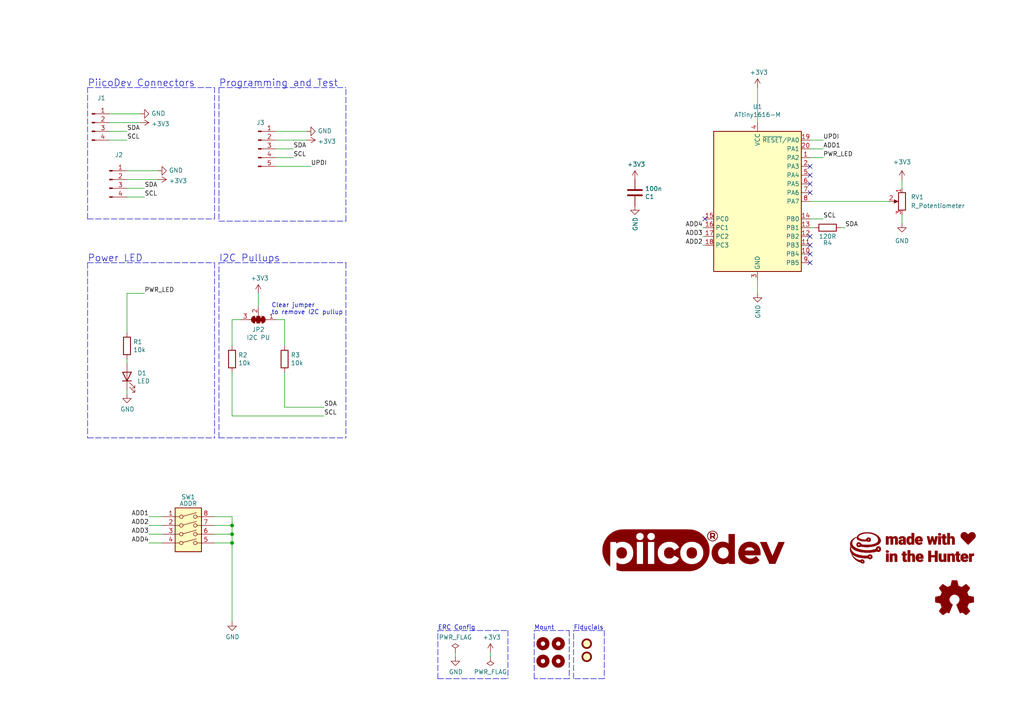
<source format=kicad_sch>
(kicad_sch (version 20211123) (generator eeschema)
  (paper "A4")
  (title_block (title "PiicoDev Potentiometer") (date "2022-03-17") (rev "00") (company "Core Electronics") (comment 1 "Designed by Peter Johnston at"))
  (lib_symbols
    (symbol "Connector:Conn_01x04_Male" (pin_names (offset 1.016) hide)
      (property "Reference" "J" (at 0 5.08 0))
      (property "Value" "Conn_01x04_Male" (at 0 -7.62 0))
      (symbol "Conn_01x04_Male_1_1"
        (pin passive line (at 5.08 2.54 180) (length 3.81) (name "Pin_1") (number "1"))
        (pin passive line (at 5.08 0 180) (length 3.81) (name "Pin_2") (number "2"))
        (pin passive line (at 5.08 -2.54 180) (length 3.81) (name "Pin_3") (number "3"))
        (pin passive line (at 5.08 -5.08 180) (length 3.81) (name "Pin_4") (number "4"))
      )
    )
    (symbol "Connector:Conn_01x05_Male" (pin_names (offset 1.016) hide)
      (property "Reference" "J" (at 0 7.62 0))
      (property "Value" "Conn_01x05_Male" (at 0 -7.62 0))
      (symbol "Conn_01x05_Male_1_1"
        (pin passive line (at 5.08 5.08 180) (length 3.81) (name "Pin_1") (number "1"))
        (pin passive line (at 5.08 2.54 180) (length 3.81) (name "Pin_2") (number "2"))
        (pin passive line (at 5.08 0 180) (length 3.81) (name "Pin_3") (number "3"))
        (pin passive line (at 5.08 -2.54 180) (length 3.81) (name "Pin_4") (number "4"))
        (pin passive line (at 5.08 -5.08 180) (length 3.81) (name "Pin_5") (number "5"))
      )
    )
    (symbol "CoreElectronics_Artwork:LOGO_CoreElectronics_no-text" (pin_names (offset 1.016)))
    (symbol "CoreElectronics_Artwork:LOGO_PiicoDev" (pin_names (offset 1.016)))
    (symbol "CoreElectronics_Artwork:LOGO_made-with-love" (pin_names (offset 1.016)))
    (symbol "Device:C" (pin_numbers hide) (pin_names (offset 0.254))
      (property "Reference" "C" (at 0.635 2.54 0))
      (property "Value" "C" (at 0.635 -2.54 0))
      (symbol "C_1_1"
        (pin passive line (at 0 3.81 270) (length 2.794) (name "~") (number "1"))
        (pin passive line (at 0 -3.81 90) (length 2.794) (name "~") (number "2"))
      )
    )
    (symbol "Device:LED" (pin_numbers hide) (pin_names (offset 1.016) hide)
      (property "Reference" "D" (at 0 2.54 0))
      (property "Value" "LED" (at 0 -2.54 0))
      (symbol "LED_1_1"
        (pin passive line (at -3.81 0 0) (length 2.54) (name "K") (number "1"))
        (pin passive line (at 3.81 0 180) (length 2.54) (name "A") (number "2"))
      )
    )
    (symbol "Device:R" (pin_numbers hide) (pin_names (offset 0))
      (property "Reference" "R" (at 2.032 0 90))
      (property "Value" "R" (at 0 0 90))
      (symbol "R_1_1"
        (pin passive line (at 0 3.81 270) (length 1.27) (name "~") (number "1"))
        (pin passive line (at 0 -3.81 90) (length 1.27) (name "~") (number "2"))
      )
    )
    (symbol "Device:R_Potentiometer" (pin_names (offset 1.016) hide)
      (property "Reference" "RV" (at -4.445 0 90))
      (property "Value" "R_Potentiometer" (at -2.54 0 90))
      (symbol "R_Potentiometer_1_1"
        (pin passive line (at 0 3.81 270) (length 1.27) (name "1") (number "1"))
        (pin passive line (at 3.81 0 180) (length 1.27) (name "2") (number "2"))
        (pin passive line (at 0 -3.81 90) (length 1.27) (name "3") (number "3"))
      )
    )
    (symbol "Graphic:Logo_Open_Hardware_Small" (pin_names (offset 1.016)))
    (symbol "Jumper:SolderJumper_3_Bridged123" (pin_names (offset 0) hide)
      (property "Reference" "JP" (at -2.54 -2.54 0))
      (property "Value" "SolderJumper_3_Bridged123" (at 0 2.794 0))
      (symbol "SolderJumper_3_Bridged123_1_1"
        (pin passive line (at -5.08 0 0) (length 2.54) (name "A") (number "1"))
        (pin passive line (at 0 -3.81 90) (length 2.54) (name "C") (number "2"))
        (pin passive line (at 5.08 0 180) (length 2.54) (name "B") (number "3"))
      )
    )
    (symbol "MCU_Microchip_ATtiny:ATtiny1616-M"
      (property "Reference" "U" (at -12.7 21.59 0))
      (property "Value" "ATtiny1616-M" (at 2.54 -21.59 0))
      (symbol "ATtiny1616-M_1_1"
        (pin bidirectional line (at 15.24 12.7 180) (length 2.54) (name "PA2") (number "1"))
        (pin bidirectional line (at 15.24 -15.24 180) (length 2.54) (name "PB4") (number "10"))
        (pin bidirectional line (at 15.24 -12.7 180) (length 2.54) (name "PB3") (number "11"))
        (pin bidirectional line (at 15.24 -10.16 180) (length 2.54) (name "PB2") (number "12"))
        (pin bidirectional line (at 15.24 -7.62 180) (length 2.54) (name "PB1") (number "13"))
        (pin bidirectional line (at 15.24 -5.08 180) (length 2.54) (name "PB0") (number "14"))
        (pin bidirectional line (at -15.24 -5.08 0) (length 2.54) (name "PC0") (number "15"))
        (pin bidirectional line (at -15.24 -7.62 0) (length 2.54) (name "PC1") (number "16"))
        (pin bidirectional line (at -15.24 -10.16 0) (length 2.54) (name "PC2") (number "17"))
        (pin bidirectional line (at -15.24 -12.7 0) (length 2.54) (name "PC3") (number "18"))
        (pin bidirectional line (at 15.24 17.78 180) (length 2.54) (name "~{RESET}/PA0") (number "19"))
        (pin bidirectional line (at 15.24 10.16 180) (length 2.54) (name "PA3") (number "2"))
        (pin bidirectional line (at 15.24 15.24 180) (length 2.54) (name "PA1") (number "20"))
        (pin passive line (at 0 -22.86 90) (length 2.54) hide (name "GND") (number "21"))
        (pin power_in line (at 0 -22.86 90) (length 2.54) (name "GND") (number "3"))
        (pin power_in line (at 0 22.86 270) (length 2.54) (name "VCC") (number "4"))
        (pin bidirectional line (at 15.24 7.62 180) (length 2.54) (name "PA4") (number "5"))
        (pin bidirectional line (at 15.24 5.08 180) (length 2.54) (name "PA5") (number "6"))
        (pin bidirectional line (at 15.24 2.54 180) (length 2.54) (name "PA6") (number "7"))
        (pin bidirectional line (at 15.24 0 180) (length 2.54) (name "PA7") (number "8"))
        (pin bidirectional line (at 15.24 -17.78 180) (length 2.54) (name "PB5") (number "9"))
      )
    )
    (symbol "Mechanical:Fiducial"
      (property "Reference" "FID" (at 0 5.08 0))
      (property "Value" "Fiducial" (at 0 3.175 0))
    )
    (symbol "Mechanical:MountingHole" (pin_names (offset 1.016))
      (property "Reference" "H" (at 0 5.08 0))
      (property "Value" "MountingHole" (at 0 3.175 0))
    )
    (symbol "Switch:SW_DIP_x04" (pin_names (offset 0) hide)
      (property "Reference" "SW" (at 0 8.89 0))
      (property "Value" "SW_DIP_x04" (at 0 -6.35 0))
      (symbol "SW_DIP_x04_1_1"
        (pin passive line (at -7.62 5.08 0) (length 5.08) (name "~") (number "1"))
        (pin passive line (at -7.62 2.54 0) (length 5.08) (name "~") (number "2"))
        (pin passive line (at -7.62 0 0) (length 5.08) (name "~") (number "3"))
        (pin passive line (at -7.62 -2.54 0) (length 5.08) (name "~") (number "4"))
        (pin passive line (at 7.62 -2.54 180) (length 5.08) (name "~") (number "5"))
        (pin passive line (at 7.62 0 180) (length 5.08) (name "~") (number "6"))
        (pin passive line (at 7.62 2.54 180) (length 5.08) (name "~") (number "7"))
        (pin passive line (at 7.62 5.08 180) (length 5.08) (name "~") (number "8"))
      )
    )
    (symbol "power:+3V3" (power) (pin_names (offset 0))
      (property "Value" "+3V3" (at 0 3.556 0))
      (symbol "+3V3_1_1"
        (pin power_in line (at 0 0 90) (length 0) hide (name "+3V3") (number "1"))
      )
    )
    (symbol "power:GND" (power) (pin_names (offset 0))
      (property "Value" "GND" (at 0 -3.81 0))
      (symbol "GND_1_1"
        (pin power_in line (at 0 0 270) (length 0) hide (name "GND") (number "1"))
      )
    )
    (symbol "power:PWR_FLAG" (power) (pin_numbers hide) (pin_names (offset 0) hide)
      (property "Value" "PWR_FLAG" (at 0 3.81 0))
      (symbol "PWR_FLAG_0_0"
        (pin power_out line (at 0 0 90) (length 0) (name "pwr") (number "1"))
      )
    )
  )
  (junction (at 67.31 157.48))
  (junction (at 67.31 152.4))
  (junction (at 67.31 154.94))
  (no_connect (at 204.47 63.5))
  (no_connect (at 234.95 73.66))
  (no_connect (at 234.95 71.12))
  (no_connect (at 234.95 48.26))
  (no_connect (at 234.95 55.88))
  (no_connect (at 234.95 76.2))
  (no_connect (at 234.95 50.8))
  (no_connect (at 234.95 53.34))
  (no_connect (at 234.95 68.58))
  (wire (pts (xy 31.75 35.56) (xy 40.64 35.56)))
  (polyline (pts (xy 63.5 64.135) (xy 100.33 64.135)))
  (wire (pts (xy 80.01 48.26) (xy 90.17 48.26)))
  (wire (pts (xy 43.18 154.94) (xy 46.99 154.94)))
  (wire (pts (xy 82.55 92.71) (xy 80.01 92.71)))
  (wire (pts (xy 132.08 189.23) (xy 132.08 190.5)))
  (polyline (pts (xy 25.4 76.2) (xy 25.4 127)))
  (wire (pts (xy 261.62 52.07) (xy 261.62 54.61)))
  (wire (pts (xy 82.55 118.11) (xy 93.98 118.11)))
  (wire (pts (xy 67.31 157.48) (xy 67.31 154.94)))
  (wire (pts (xy 238.76 63.5) (xy 234.95 63.5)))
  (wire (pts (xy 62.23 157.48) (xy 67.31 157.48)))
  (wire (pts (xy 142.24 189.23) (xy 142.24 190.5)))
  (wire (pts (xy 62.23 154.94) (xy 67.31 154.94)))
  (wire (pts (xy 43.18 157.48) (xy 46.99 157.48)))
  (wire (pts (xy 45.72 49.53) (xy 36.83 49.53)))
  (wire (pts (xy 36.83 85.09) (xy 36.83 96.52)))
  (polyline (pts (xy 100.33 64.135) (xy 100.33 25.4)))
  (polyline (pts (xy 154.94 196.85) (xy 154.94 182.88)))
  (wire (pts (xy 67.31 149.86) (xy 62.23 149.86)))
  (polyline (pts (xy 175.26 196.85) (xy 166.37 196.85)))
  (wire (pts (xy 67.31 154.94) (xy 67.31 152.4)))
  (wire (pts (xy 67.31 107.95) (xy 67.31 120.65)))
  (polyline (pts (xy 127 196.85) (xy 127 182.88)))
  (polyline (pts (xy 127 196.85) (xy 147.32 196.85)))
  (polyline (pts (xy 25.4 76.2) (xy 62.23 76.2)))
  (wire (pts (xy 243.84 66.04) (xy 245.11 66.04)))
  (wire (pts (xy 74.93 85.09) (xy 74.93 88.9)))
  (polyline (pts (xy 25.4 25.4) (xy 62.23 25.4)))
  (polyline (pts (xy 154.94 182.88) (xy 165.1 182.88)))
  (wire (pts (xy 43.18 152.4) (xy 46.99 152.4)))
  (polyline (pts (xy 127 182.88) (xy 147.32 182.88)))
  (polyline (pts (xy 63.5 127) (xy 100.33 127)))
  (wire (pts (xy 203.835 66.04) (xy 204.47 66.04)))
  (wire (pts (xy 234.95 66.04) (xy 236.22 66.04)))
  (polyline (pts (xy 175.26 182.88) (xy 175.26 196.85)))
  (wire (pts (xy 219.71 85.09) (xy 219.71 81.28)))
  (polyline (pts (xy 63.5 25.4) (xy 100.33 25.4)))
  (wire (pts (xy 85.09 45.72) (xy 80.01 45.72)))
  (wire (pts (xy 67.31 152.4) (xy 67.31 149.86)))
  (wire (pts (xy 67.31 120.65) (xy 93.98 120.65)))
  (wire (pts (xy 203.835 68.58) (xy 204.47 68.58)))
  (wire (pts (xy 41.91 57.15) (xy 36.83 57.15)))
  (wire (pts (xy 36.83 105.41) (xy 36.83 104.14)))
  (polyline (pts (xy 166.37 182.88) (xy 175.26 182.88)))
  (wire (pts (xy 36.83 40.64) (xy 31.75 40.64)))
  (polyline (pts (xy 63.5 25.4) (xy 63.5 64.135)))
  (polyline (pts (xy 100.33 76.2) (xy 100.33 127)))
  (wire (pts (xy 67.31 100.33) (xy 67.31 92.71)))
  (wire (pts (xy 36.83 52.07) (xy 45.72 52.07)))
  (polyline (pts (xy 25.4 63.5) (xy 25.4 25.4)))
  (wire (pts (xy 234.95 58.42) (xy 257.81 58.42)))
  (polyline (pts (xy 63.5 127) (xy 63.5 76.2)))
  (wire (pts (xy 41.91 54.61) (xy 36.83 54.61)))
  (wire (pts (xy 203.835 71.12) (xy 204.47 71.12)))
  (wire (pts (xy 41.91 85.09) (xy 36.83 85.09)))
  (polyline (pts (xy 165.1 182.88) (xy 165.1 196.85)))
  (wire (pts (xy 46.99 149.86) (xy 43.18 149.86)))
  (wire (pts (xy 219.71 35.56) (xy 219.71 25.4)))
  (wire (pts (xy 36.83 38.1) (xy 31.75 38.1)))
  (wire (pts (xy 67.31 92.71) (xy 69.85 92.71)))
  (wire (pts (xy 234.95 43.18) (xy 238.76 43.18)))
  (wire (pts (xy 67.31 157.48) (xy 67.31 180.34)))
  (wire (pts (xy 36.83 114.3) (xy 36.83 113.03)))
  (polyline (pts (xy 62.23 63.5) (xy 62.23 25.4)))
  (wire (pts (xy 88.9 38.1) (xy 80.01 38.1)))
  (wire (pts (xy 40.64 33.02) (xy 31.75 33.02)))
  (polyline (pts (xy 165.1 196.85) (xy 154.94 196.85)))
  (wire (pts (xy 82.55 100.33) (xy 82.55 92.71)))
  (polyline (pts (xy 147.32 182.88) (xy 147.32 196.85)))
  (wire (pts (xy 234.95 45.72) (xy 238.76 45.72)))
  (polyline (pts (xy 63.5 76.2) (xy 100.33 76.2)))
  (wire (pts (xy 62.23 152.4) (xy 67.31 152.4)))
  (polyline (pts (xy 25.4 127) (xy 62.23 127)))
  (polyline (pts (xy 166.37 196.85) (xy 166.37 182.88)))
  (polyline (pts (xy 62.23 76.2) (xy 62.23 127)))
  (wire (pts (xy 82.55 107.95) (xy 82.55 118.11)))
  (polyline (pts (xy 25.4 63.5) (xy 62.23 63.5)))
  (wire (pts (xy 85.09 43.18) (xy 80.01 43.18)))
  (wire (pts (xy 80.01 40.64) (xy 88.9 40.64)))
  (wire (pts (xy 261.62 62.23) (xy 261.62 64.77)))
  (wire (pts (xy 234.95 40.64) (xy 238.76 40.64)))
  (text "PiicoDev Connectors" (at 25.4 25.4 0) (effects (font (size 2.0066 2.0066)) (justify left bottom)))
  (text "I2C Pullups" (at 63.5 76.2 0) (effects (font (size 2.0066 2.0066)) (justify left bottom)))
  (text "Power LED" (at 25.4 76.2 0) (effects (font (size 2.0066 2.0066)) (justify left bottom)))
  (text "Mount" (at 154.94 182.88 0) (effects (font (size 1.27 1.27)) (justify left bottom)))
  (text "Clear jumper \nto remove I2C pullup" (at 78.74 91.44 0) (effects (font (size 1.27 1.27)) (justify left bottom)))
  (text "Programming and Test" (at 63.5 25.4 0) (effects (font (size 2.0066 2.0066)) (justify left bottom)))
  (text "ERC Config" (at 127 182.88 0) (effects (font (size 1.27 1.27)) (justify left bottom)))
  (text "Fiducials" (at 166.37 182.88 0) (effects (font (size 1.27 1.27)) (justify left bottom)))
  (label "ADD3" (at 203.835 68.58 180))
  (label "PWR_LED" (at 41.91 85.09 0))
  (label "SDA" (at 36.83 38.1 0))
  (label "UPDI" (at 238.76 40.64 0))
  (label "SDA" (at 85.09 43.18 0))
  (label "UPDI" (at 90.17 48.26 0))
  (label "SCL" (at 85.09 45.72 0))
  (label "ADD1" (at 238.76 43.18 0))
  (label "SCL" (at 41.91 57.15 0))
  (label "SDA" (at 245.11 66.04 0))
  (label "PWR_LED" (at 238.76 45.72 0))
  (label "SDA" (at 93.98 118.11 0))
  (label "ADD3" (at 43.18 154.94 180))
  (label "ADD2" (at 203.835 71.12 180))
  (label "SCL" (at 36.83 40.64 0))
  (label "ADD4" (at 43.18 157.48 180))
  (label "ADD2" (at 43.18 152.4 180))
  (label "ADD1" (at 43.18 149.86 180))
  (label "SDA" (at 41.91 54.61 0))
  (label "ADD4" (at 203.835 66.04 180))
  (label "SCL" (at 238.76 63.5 0))
  (label "SCL" (at 93.98 120.65 0))
  (symbol (lib_id "CoreElectronics_Artwork:LOGO_PiicoDev") (at 203.2 160.02 0) (unit 1)
    (property "Reference" "G1" (effects hide))
    (property "Value" "LOGO_PiicoDev" (effects hide))
    (property "Footprint" "CoreElectronics_Artwork:piicodev_logo_14.2x3.4mm" (effects hide))
  )
  (symbol (lib_id "CoreElectronics_Artwork:LOGO_made-with-love") (at 269.24 158.75 0) (unit 1)
    (property "Reference" "G3" (effects hide))
    (property "Value" "LOGO_made-with-love" (effects hide))
    (property "Footprint" "CoreElectronics_Artwork:piicodev_logo_14.2x3.4mm" (effects hide))
  )
  (symbol (lib_id "CoreElectronics_Artwork:LOGO_CoreElectronics_no-text") (at 251.46 158.75 0) (unit 1)
    (property "Reference" "G2" (effects hide))
    (property "Value" "LOGO_CoreElectronics_no-text" (effects hide))
    (property "Footprint" "CoreElectronics_Artwork:CoreElectronics_logo_5mm_v2" (effects hide))
  )
  (symbol (lib_id "Graphic:Logo_Open_Hardware_Small") (at 276.86 173.99 0) (unit 1)
    (property "Reference" "LOGO1" (effects hide))
    (property "Value" "Logo_Open_Hardware_Small" (effects hide))
    (property "Footprint" "CoreElectronics_Artwork:oshw" (effects hide))
  )
  (symbol (lib_id "power:PWR_FLAG") (at 132.08 189.23 0) (unit 1)
    (property "Reference" "#FLG0102" (effects hide))
    (property "Value" "PWR_FLAG" (at 132.08 184.8358 0))
  )
  (symbol (lib_id "power:PWR_FLAG") (at 142.24 190.5 180) (unit 1)
    (property "Reference" "#FLG0101" (effects hide))
    (property "Value" "PWR_FLAG" (at 142.24 194.8942 0))
  )
  (symbol (lib_id "power:GND") (at 132.08 190.5 0) (unit 1)
    (property "Reference" "#PWR0105" (effects hide))
    (property "Value" "GND" (at 132.207 194.8942 0))
  )
  (symbol (lib_id "power:+3V3") (at 142.24 189.23 0) (unit 1)
    (property "Reference" "#PWR0106" (effects hide))
    (property "Value" "+3V3" (at 142.621 184.8358 0))
  )
  (symbol (lib_id "Mechanical:MountingHole") (at 157.48 191.77 0) (unit 1)
    (property "Reference" "H2" (effects hide))
    (property "Value" "MountingHole" (effects hide))
    (property "Footprint" "CoreElectronics_Components:MountingHole_2.7mm_M2.5_PadClearance_1.2" (effects hide))
  )
  (symbol (lib_id "Mechanical:MountingHole") (at 157.48 186.69 0) (unit 1)
    (property "Reference" "H1" (effects hide))
    (property "Value" "MountingHole" (effects hide))
    (property "Footprint" "CoreElectronics_Components:MountingHole_2.7mm_M2.5_PadClearance_1.2" (effects hide))
  )
  (symbol (lib_id "Mechanical:Fiducial") (at 170.18 190.5 0) (unit 1)
    (property "Reference" "FID2" (effects hide))
    (property "Value" "Fiducial" (effects hide))
    (property "Footprint" "Fiducial:Fiducial_1mm_Mask2mm" (effects hide))
  )
  (symbol (lib_id "Mechanical:Fiducial") (at 170.18 186.69 0) (unit 1)
    (property "Reference" "FID1" (effects hide))
    (property "Value" "Fiducial" (effects hide))
    (property "Footprint" "Fiducial:Fiducial_1mm_Mask2mm" (effects hide))
  )
  (symbol (lib_id "Connector:Conn_01x04_Male") (at 26.67 35.56 0) (unit 1)
    (property "Reference" "J1" (at 29.4132 28.4226 0))
    (property "Value" " " (at 29.4132 30.734 0))
    (property "Footprint" "Connector_JST:JST_SH_SM04B-SRSS-TB_1x04-1MP_P1.00mm_Horizontal" (effects hide))
  )
  (symbol (lib_id "power:+3V3") (at 40.64 35.56 270) (unit 1)
    (property "Reference" "#PWR0110" (effects hide))
    (property "Value" "+3V3" (at 43.8912 35.941 90) (effects (justify left)))
  )
  (symbol (lib_id "power:GND") (at 40.64 33.02 90) (unit 1)
    (property "Reference" "#PWR0108" (effects hide))
    (property "Value" "GND" (at 43.8912 32.893 90) (effects (justify right)))
  )
  (symbol (lib_id "Connector:Conn_01x04_Male") (at 31.75 52.07 0) (unit 1)
    (property "Reference" "J2" (at 34.4932 44.9326 0))
    (property "Value" " " (at 34.4932 47.244 0))
    (property "Footprint" "Connector_JST:JST_SH_SM04B-SRSS-TB_1x04-1MP_P1.00mm_Horizontal" (effects hide))
  )
  (symbol (lib_id "power:+3V3") (at 45.72 52.07 270) (unit 1)
    (property "Reference" "#PWR0109" (effects hide))
    (property "Value" "+3V3" (at 48.9712 52.451 90) (effects (justify left)))
  )
  (symbol (lib_id "power:GND") (at 45.72 49.53 90) (unit 1)
    (property "Reference" "#PWR0111" (effects hide))
    (property "Value" "GND" (at 48.9712 49.403 90) (effects (justify right)))
  )
  (symbol (lib_id "Device:R") (at 82.55 104.14 0) (unit 1)
    (property "Reference" "R3" (at 84.328 102.9716 0) (effects (justify left)))
    (property "Value" "10k" (at 84.328 105.283 0) (effects (justify left)))
    (property "Footprint" "Resistor_SMD:R_0402_1005Metric" (effects hide))
  )
  (symbol (lib_id "Jumper:SolderJumper_3_Bridged123") (at 74.93 92.71 180) (unit 1)
    (property "Reference" "JP2" (at 74.93 95.5802 0))
    (property "Value" "I2C PU" (at 74.93 97.8916 0))
    (property "Footprint" "CoreElectronics_Components:SolderJumper-3_P1.3mm_Closed_RoundedPad1.0x1.5mm_NumberLabels" (effects hide))
  )
  (symbol (lib_id "Device:R") (at 67.31 104.14 0) (unit 1)
    (property "Reference" "R2" (at 69.088 102.9716 0) (effects (justify left)))
    (property "Value" "10k" (at 69.088 105.283 0) (effects (justify left)))
    (property "Footprint" "Resistor_SMD:R_0402_1005Metric" (effects hide))
  )
  (symbol (lib_id "power:+3V3") (at 74.93 85.09 0) (unit 1)
    (property "Reference" "#PWR0101" (effects hide))
    (property "Value" "+3V3" (at 75.311 80.6958 0))
  )
  (symbol (lib_id "Device:LED") (at 36.83 109.22 90) (unit 1)
    (property "Reference" "D1" (at 39.8272 108.2294 90) (effects (justify right)))
    (property "Value" "LED" (at 39.8272 110.5408 90) (effects (justify right)))
    (property "Footprint" "LED_SMD:LED_0603_1608Metric" (effects hide))
  )
  (symbol (lib_id "power:GND") (at 36.83 114.3 0) (unit 1)
    (property "Reference" "#PWR0107" (effects hide))
    (property "Value" "GND" (at 36.957 118.6942 0))
  )
  (symbol (lib_id "Device:R") (at 36.83 100.33 0) (unit 1)
    (property "Reference" "R1" (at 38.608 99.1616 0) (effects (justify left)))
    (property "Value" "10k" (at 38.608 101.473 0) (effects (justify left)))
    (property "Footprint" "Resistor_SMD:R_0402_1005Metric" (effects hide))
  )
  (symbol (lib_id "MCU_Microchip_ATtiny:ATtiny1616-M") (at 219.71 58.42 0) (unit 1)
    (property "Reference" "U1" (at 219.71 30.9626 0))
    (property "Value" "ATtiny1616-M" (at 219.71 33.274 0))
    (property "Footprint" "Package_DFN_QFN:VQFN-20-1EP_3x3mm_P0.4mm_EP1.7x1.7mm" (effects hide))
    (property "Datasheet" "http://ww1.microchip.com/downloads/en/DeviceDoc/ATtiny3216_ATtiny1616-data-sheet-40001997B.pdf" (effects hide))
  )
  (symbol (lib_id "power:+3V3") (at 219.71 25.4 0) (unit 1)
    (property "Reference" "#PWR0113" (effects hide))
    (property "Value" "+3V3" (at 220.091 21.0058 0))
  )
  (symbol (lib_id "power:GND") (at 219.71 85.09 0) (unit 1)
    (property "Reference" "#PWR0112" (effects hide))
    (property "Value" "GND" (at 219.837 88.3412 90) (effects (justify right)))
  )
  (symbol (lib_id "power:GND") (at 184.15 59.69 0) (unit 1)
    (property "Reference" "#PWR0104" (effects hide))
    (property "Value" "GND" (at 184.277 62.9412 90) (effects (justify right)))
  )
  (symbol (lib_id "power:+3V3") (at 184.15 52.07 0) (unit 1)
    (property "Reference" "#PWR0103" (effects hide))
    (property "Value" "+3V3" (at 184.531 47.6758 0))
  )
  (symbol (lib_id "Device:C") (at 184.15 55.88 0) (mirror x) (unit 1)
    (property "Reference" "C1" (at 187.071 57.0484 0) (effects (justify left)))
    (property "Value" "100n" (at 187.071 54.737 0) (effects (justify left)))
    (property "Footprint" "Capacitor_SMD:C_0402_1005Metric" (effects hide))
  )
  (symbol (lib_id "Switch:SW_DIP_x04") (at 54.61 154.94 0) (unit 1)
    (property "Reference" "SW1" (at 54.61 144.145 0))
    (property "Value" "ADDR" (at 54.61 146.05 0))
    (property "Footprint" "CoreElectronics_Components:SW_DIP_x04_Slide_CHS-04A1" (effects hide))
  )
  (symbol (lib_id "power:GND") (at 67.31 180.34 0) (unit 1)
    (property "Reference" "#PWR0102" (effects hide))
    (property "Value" "GND" (at 67.437 184.7342 0))
  )
  (symbol (lib_id "Mechanical:MountingHole") (at 161.925 191.77 0) (unit 1)
    (property "Reference" "H4" (effects hide))
    (property "Value" "MountingHole" (effects hide))
    (property "Footprint" "CoreElectronics_Components:MountingHole_2.7mm_M2.5_PadClearance_1.2" (effects hide))
  )
  (symbol (lib_id "power:+3V3") (at 261.62 52.07 0) (mirror y) (unit 1)
    (property "Reference" "#PWR0114" (effects hide))
    (property "Value" "+3V3" (at 261.62 46.99 0))
  )
  (symbol (lib_id "Mechanical:MountingHole") (at 161.925 186.69 0) (unit 1)
    (property "Reference" "H3" (effects hide))
    (property "Value" "MountingHole" (effects hide))
    (property "Footprint" "CoreElectronics_Components:MountingHole_2.7mm_M2.5_PadClearance_1.2" (effects hide))
  )
  (symbol (lib_id "Connector:Conn_01x05_Male") (at 74.93 43.18 0) (unit 1)
    (property "Reference" "J3" (at 75.565 35.56 0))
    (property "Value" "Conn_01x05_Male" (effects hide))
    (property "Footprint" "CoreElectronics_Components:TestPoint_Pad_D1.0mm_x05" (effects hide))
  )
  (symbol (lib_id "Device:R") (at 240.03 66.04 90) (unit 1)
    (property "Reference" "R4" (at 240.03 70.485 90))
    (property "Value" "120R" (at 240.03 68.58 90))
    (property "Footprint" "Resistor_SMD:R_0402_1005Metric" (effects hide))
  )
  (symbol (lib_id "power:GND") (at 88.9 38.1 90) (unit 1)
    (property "Reference" "#PWR0116" (effects hide))
    (property "Value" "GND" (at 92.1512 37.973 90) (effects (justify right)))
  )
  (symbol (lib_id "power:GND") (at 261.62 64.77 0) (mirror y) (unit 1)
    (property "Reference" "#PWR0115" (effects hide))
    (property "Value" "GND" (at 261.62 69.85 0))
  )
  (symbol (lib_id "Device:R_Potentiometer") (at 261.62 58.42 0) (mirror y) (unit 1)
    (property "Reference" "RV1" (at 264.16 57.1499 0) (effects (justify right)))
    (property "Value" "R_Potentiometer" (at 264.16 59.6899 0) (effects (justify right)))
    (property "Footprint" "Potentiometer_THT:Potentiometer_Alps_RK09L_Single_Vertical" (effects hide))
  )
  (symbol (lib_id "power:+3V3") (at 88.9 40.64 270) (unit 1)
    (property "Reference" "#PWR0117" (effects hide))
    (property "Value" "+3V3" (at 92.1512 41.021 90) (effects (justify left)))
  )
)
</source>
